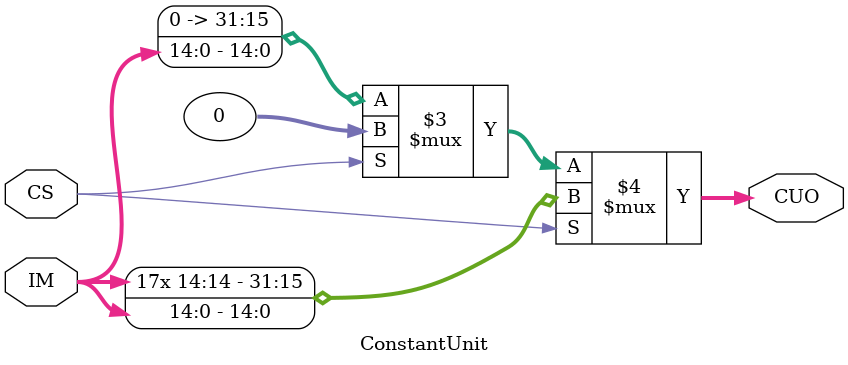
<source format=v>
`timescale 1ns / 1ps


module ConstantUnit(
    input [14:0] IM,
    input CS,
    output [31:0] CUO
    );
assign CUO = (CS==1)?({{17{IM[14]}} , IM}): //sign extension (add 17 of the sign bit of )
             (CS==0)?({17'b0,IM}):      //zero fill
             32'b0;    
endmodule

</source>
